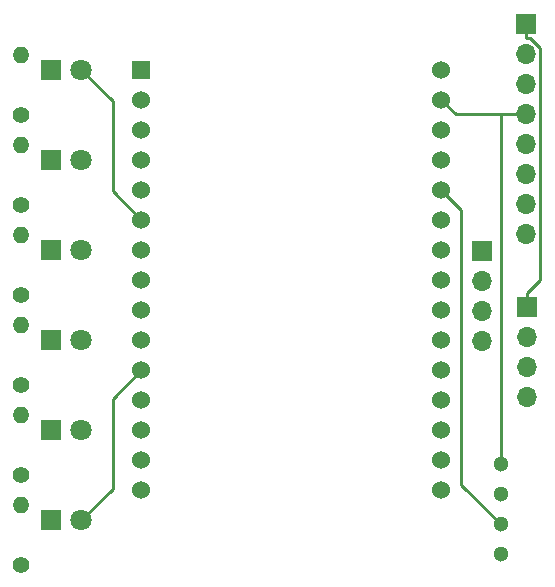
<source format=gbr>
%TF.GenerationSoftware,KiCad,Pcbnew,(5.1.10)-1*%
%TF.CreationDate,2021-11-03T12:27:00+01:00*%
%TF.ProjectId,airQualityV2,61697251-7561-46c6-9974-7956322e6b69,rev?*%
%TF.SameCoordinates,Original*%
%TF.FileFunction,Copper,L1,Top*%
%TF.FilePolarity,Positive*%
%FSLAX46Y46*%
G04 Gerber Fmt 4.6, Leading zero omitted, Abs format (unit mm)*
G04 Created by KiCad (PCBNEW (5.1.10)-1) date 2021-11-03 12:27:00*
%MOMM*%
%LPD*%
G01*
G04 APERTURE LIST*
%TA.AperFunction,ComponentPad*%
%ADD10O,1.700000X1.700000*%
%TD*%
%TA.AperFunction,ComponentPad*%
%ADD11R,1.700000X1.700000*%
%TD*%
%TA.AperFunction,ComponentPad*%
%ADD12O,1.400000X1.400000*%
%TD*%
%TA.AperFunction,ComponentPad*%
%ADD13C,1.400000*%
%TD*%
%TA.AperFunction,ComponentPad*%
%ADD14C,1.800000*%
%TD*%
%TA.AperFunction,ComponentPad*%
%ADD15R,1.800000X1.800000*%
%TD*%
%TA.AperFunction,ComponentPad*%
%ADD16C,1.524000*%
%TD*%
%TA.AperFunction,ComponentPad*%
%ADD17R,1.524000X1.524000*%
%TD*%
%TA.AperFunction,ComponentPad*%
%ADD18C,1.300000*%
%TD*%
%TA.AperFunction,Conductor*%
%ADD19C,0.250000*%
%TD*%
G04 APERTURE END LIST*
D10*
%TO.P,J3,4*%
%TO.N,MQ7A*%
X174880000Y-107710000D03*
%TO.P,J3,3*%
%TO.N,Net-(J3-Pad3)*%
X174880000Y-105170000D03*
%TO.P,J3,2*%
%TO.N,GND*%
X174880000Y-102630000D03*
D11*
%TO.P,J3,1*%
%TO.N,+3V3*%
X174880000Y-100090000D03*
%TD*%
D12*
%TO.P,R6,2*%
%TO.N,Net-(D6-Pad1)*%
X132080000Y-93980000D03*
D13*
%TO.P,R6,1*%
%TO.N,GND*%
X132080000Y-99060000D03*
%TD*%
D14*
%TO.P,D6,2*%
%TO.N,Net-(D6-Pad2)*%
X137160000Y-95250000D03*
D15*
%TO.P,D6,1*%
%TO.N,Net-(D6-Pad1)*%
X134620000Y-95250000D03*
%TD*%
D12*
%TO.P,R5,2*%
%TO.N,Net-(D3-Pad1)*%
X132080000Y-109220000D03*
D13*
%TO.P,R5,1*%
%TO.N,GND*%
X132080000Y-114300000D03*
%TD*%
D12*
%TO.P,R4,2*%
%TO.N,Net-(D1-Pad1)*%
X132080000Y-86360000D03*
D13*
%TO.P,R4,1*%
%TO.N,GND*%
X132080000Y-91440000D03*
%TD*%
D12*
%TO.P,R3,2*%
%TO.N,Net-(D4-Pad1)*%
X132080000Y-101600000D03*
D13*
%TO.P,R3,1*%
%TO.N,GND*%
X132080000Y-106680000D03*
%TD*%
D12*
%TO.P,R2,2*%
%TO.N,Net-(D5-Pad1)*%
X132080000Y-78740000D03*
D13*
%TO.P,R2,1*%
%TO.N,GND*%
X132080000Y-83820000D03*
%TD*%
D12*
%TO.P,R1,2*%
%TO.N,Net-(D2-Pad1)*%
X132080000Y-116840000D03*
D13*
%TO.P,R1,1*%
%TO.N,GND*%
X132080000Y-121920000D03*
%TD*%
D14*
%TO.P,D5,2*%
%TO.N,Net-(D5-Pad2)*%
X137160000Y-80010000D03*
D15*
%TO.P,D5,1*%
%TO.N,Net-(D5-Pad1)*%
X134620000Y-80010000D03*
%TD*%
D14*
%TO.P,D4,2*%
%TO.N,Net-(D4-Pad2)*%
X137160000Y-102870000D03*
D15*
%TO.P,D4,1*%
%TO.N,Net-(D4-Pad1)*%
X134620000Y-102870000D03*
%TD*%
D14*
%TO.P,D3,2*%
%TO.N,Net-(D3-Pad2)*%
X137160000Y-110490000D03*
D15*
%TO.P,D3,1*%
%TO.N,Net-(D3-Pad1)*%
X134620000Y-110490000D03*
%TD*%
D14*
%TO.P,D2,2*%
%TO.N,Net-(D2-Pad2)*%
X137160000Y-118110000D03*
D15*
%TO.P,D2,1*%
%TO.N,Net-(D2-Pad1)*%
X134620000Y-118110000D03*
%TD*%
D14*
%TO.P,D1,2*%
%TO.N,Net-(D1-Pad2)*%
X137160000Y-87630000D03*
D15*
%TO.P,D1,1*%
%TO.N,Net-(D1-Pad1)*%
X134620000Y-87630000D03*
%TD*%
D16*
%TO.P,U1,30*%
%TO.N,Net-(U1-Pad30)*%
X167640000Y-80010000D03*
%TO.P,U1,29*%
%TO.N,scl*%
X167640000Y-82550000D03*
%TO.P,U1,28*%
%TO.N,Net-(U1-Pad28)*%
X167640000Y-85090000D03*
%TO.P,U1,27*%
%TO.N,Net-(U1-Pad27)*%
X167640000Y-87630000D03*
%TO.P,U1,26*%
%TO.N,sda*%
X167640000Y-90170000D03*
%TO.P,U1,25*%
%TO.N,Net-(U1-Pad25)*%
X167640000Y-92710000D03*
%TO.P,U1,24*%
%TO.N,Net-(U1-Pad24)*%
X167640000Y-95250000D03*
%TO.P,U1,23*%
%TO.N,Net-(U1-Pad23)*%
X167640000Y-97790000D03*
%TO.P,U1,22*%
%TO.N,Net-(J1-Pad3)*%
X167640000Y-100330000D03*
%TO.P,U1,21*%
%TO.N,Net-(J1-Pad4)*%
X167640000Y-102870000D03*
%TO.P,U1,20*%
%TO.N,Net-(U1-Pad20)*%
X167640000Y-105410000D03*
%TO.P,U1,19*%
%TO.N,Net-(U1-Pad19)*%
X167640000Y-107950000D03*
%TO.P,U1,18*%
%TO.N,Net-(U1-Pad18)*%
X167640000Y-110490000D03*
%TO.P,U1,17*%
%TO.N,GND*%
X167640000Y-113030000D03*
%TO.P,U1,16*%
%TO.N,+3V3*%
X167640000Y-115570000D03*
%TO.P,U1,15*%
%TO.N,+5V*%
X142240000Y-115570000D03*
%TO.P,U1,14*%
%TO.N,GND*%
X142240000Y-113030000D03*
%TO.P,U1,13*%
%TO.N,Net-(U1-Pad13)*%
X142240000Y-110490000D03*
%TO.P,U1,12*%
%TO.N,Net-(U1-Pad12)*%
X142240000Y-107950000D03*
%TO.P,U1,11*%
%TO.N,Net-(D2-Pad2)*%
X142240000Y-105410000D03*
%TO.P,U1,10*%
%TO.N,Net-(D3-Pad2)*%
X142240000Y-102870000D03*
%TO.P,U1,9*%
%TO.N,Net-(D4-Pad2)*%
X142240000Y-100330000D03*
%TO.P,U1,8*%
%TO.N,Net-(D6-Pad2)*%
X142240000Y-97790000D03*
%TO.P,U1,7*%
%TO.N,Net-(D1-Pad2)*%
X142240000Y-95250000D03*
%TO.P,U1,6*%
%TO.N,Net-(D5-Pad2)*%
X142240000Y-92710000D03*
%TO.P,U1,5*%
%TO.N,Net-(U1-Pad5)*%
X142240000Y-90170000D03*
%TO.P,U1,4*%
%TO.N,MQ7A*%
X142240000Y-87630000D03*
%TO.P,U1,3*%
%TO.N,Net-(U1-Pad3)*%
X142240000Y-85090000D03*
%TO.P,U1,2*%
%TO.N,Net-(U1-Pad2)*%
X142240000Y-82550000D03*
D17*
%TO.P,U1,1*%
%TO.N,Net-(U1-Pad1)*%
X142240000Y-80010000D03*
%TD*%
D18*
%TO.P,RH1,4*%
%TO.N,scl*%
X172650000Y-113410000D03*
%TO.P,RH1,3*%
%TO.N,GND*%
X172650000Y-115950000D03*
%TO.P,RH1,2*%
%TO.N,sda*%
X172650000Y-118490000D03*
%TO.P,RH1,1*%
%TO.N,+5V*%
X172650000Y-121030000D03*
%TD*%
D10*
%TO.P,J2,8*%
%TO.N,Net-(J2-Pad8)*%
X174800000Y-93930000D03*
%TO.P,J2,7*%
%TO.N,Net-(J2-Pad7)*%
X174800000Y-91390000D03*
%TO.P,J2,6*%
%TO.N,Net-(J2-Pad6)*%
X174800000Y-88850000D03*
%TO.P,J2,5*%
%TO.N,Net-(J2-Pad5)*%
X174800000Y-86310000D03*
%TO.P,J2,4*%
%TO.N,scl*%
X174800000Y-83770000D03*
%TO.P,J2,3*%
%TO.N,sda*%
X174800000Y-81230000D03*
%TO.P,J2,2*%
%TO.N,GND*%
X174800000Y-78690000D03*
D11*
%TO.P,J2,1*%
%TO.N,+3V3*%
X174800000Y-76150000D03*
%TD*%
D10*
%TO.P,J1,4*%
%TO.N,Net-(J1-Pad4)*%
X171040000Y-102950000D03*
%TO.P,J1,3*%
%TO.N,Net-(J1-Pad3)*%
X171040000Y-100410000D03*
%TO.P,J1,2*%
%TO.N,Net-(J1-Pad2)*%
X171040000Y-97870000D03*
D11*
%TO.P,J1,1*%
%TO.N,Net-(J1-Pad1)*%
X171040000Y-95330000D03*
%TD*%
D19*
%TO.N,scl*%
X172650000Y-83770000D02*
X168860000Y-83770000D01*
X168860000Y-83770000D02*
X167640000Y-82550000D01*
X174800000Y-83770000D02*
X172650000Y-83770000D01*
X172650000Y-83770000D02*
X172650000Y-113410000D01*
%TO.N,sda*%
X167640000Y-90170000D02*
X169321200Y-91851200D01*
X169321200Y-91851200D02*
X169321200Y-115161200D01*
X169321200Y-115161200D02*
X172650000Y-118490000D01*
%TO.N,+3V3*%
X174880000Y-100090000D02*
X174880000Y-98914700D01*
X174800000Y-76150000D02*
X174800000Y-77325300D01*
X174800000Y-77325300D02*
X175167300Y-77325300D01*
X175167300Y-77325300D02*
X175998900Y-78156900D01*
X175998900Y-78156900D02*
X175998900Y-97795800D01*
X175998900Y-97795800D02*
X174880000Y-98914700D01*
%TO.N,Net-(D2-Pad2)*%
X142240000Y-105410000D02*
X139797600Y-107852400D01*
X139797600Y-107852400D02*
X139797600Y-115472400D01*
X139797600Y-115472400D02*
X137160000Y-118110000D01*
%TO.N,Net-(D5-Pad2)*%
X142240000Y-92710000D02*
X139797600Y-90267600D01*
X139797600Y-90267600D02*
X139797600Y-82647600D01*
X139797600Y-82647600D02*
X137160000Y-80010000D01*
%TD*%
M02*

</source>
